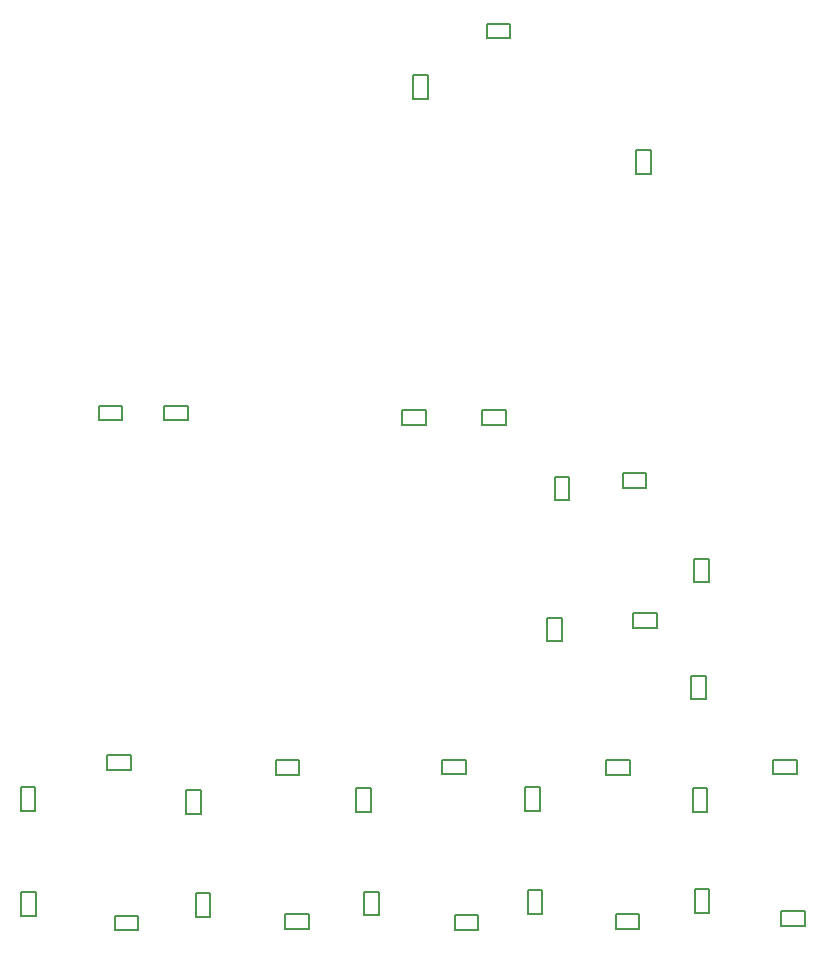
<source format=gbr>
%TF.GenerationSoftware,Altium Limited,Altium Designer,19.0.15 (446)*%
G04 Layer_Color=32896*
%FSLAX26Y26*%
%MOIN*%
%TF.FileFunction,Other,Mechanical_12*%
%TF.Part,Single*%
G01*
G75*
%TA.AperFunction,NonConductor*%
%ADD87C,0.005906*%
D87*
X4199016Y110236D02*
Y188976D01*
X4248228D01*
Y110236D02*
Y188976D01*
X4199016Y110236D02*
X4248228D01*
X3654134Y105118D02*
Y183858D01*
X3703346D01*
Y105118D02*
Y183858D01*
X3654134Y105118D02*
X3703346D01*
X2823228Y55316D02*
X2901968D01*
X2823228D02*
Y104528D01*
X2901968D01*
Y55316D02*
Y104528D01*
X3092716Y101182D02*
Y179922D01*
X3141930D01*
Y101182D02*
Y179922D01*
X3092716Y101182D02*
X3141930D01*
X4047638Y1741536D02*
Y1790748D01*
Y1741536D02*
X4126378D01*
Y1790748D01*
X4047638D02*
X4126378D01*
X3780314Y1739566D02*
Y1788780D01*
Y1739566D02*
X3859056D01*
Y1788780D01*
X3780314D02*
X3859056D01*
X2987008Y1755316D02*
Y1804528D01*
Y1755316D02*
X3065748D01*
Y1804528D01*
X2987008D02*
X3065748D01*
X2768898Y1755316D02*
Y1804528D01*
Y1755316D02*
X2847638D01*
Y1804528D01*
X2768898D02*
X2847638D01*
X2510434Y103968D02*
Y182708D01*
X2559646D01*
Y103968D02*
Y182708D01*
X2510434Y103968D02*
X2559646D01*
X2798426Y590354D02*
X2877166D01*
X2798426D02*
Y639566D01*
X2877166D01*
Y590354D02*
Y639566D01*
X3390158Y61220D02*
X3468898D01*
X3390158D02*
Y110434D01*
X3468898D01*
Y61220D02*
Y110434D01*
X3956300Y57678D02*
X4035040D01*
X3956300D02*
Y106890D01*
X4035040D01*
Y57678D02*
Y106890D01*
X4190354Y533464D02*
X4239566D01*
X4190354Y454724D02*
Y533464D01*
Y454724D02*
X4239566D01*
Y533464D01*
X5018110Y575394D02*
X5096850D01*
X5018110D02*
Y624606D01*
X5096850D01*
Y575394D02*
Y624606D01*
X5045276Y69882D02*
X5124016D01*
X5045276D02*
Y119094D01*
X5124016D01*
Y69882D02*
Y119094D01*
X4492520Y61614D02*
X4571260D01*
X4492520D02*
Y110826D01*
X4571260D01*
Y61614D02*
Y110826D01*
X4756102Y112992D02*
Y191732D01*
X4805316D01*
Y112992D02*
Y191732D01*
X4756102Y112992D02*
X4805316D01*
X4749016Y530316D02*
X4798228D01*
X4749016Y451574D02*
Y530316D01*
Y451574D02*
X4798228D01*
Y530316D01*
X4461024Y574606D02*
X4539764D01*
X4461024D02*
Y623820D01*
X4539764D01*
Y574606D02*
Y623820D01*
X3914566Y575394D02*
X3993308D01*
X3914566D02*
Y624606D01*
X3993308D01*
Y575394D02*
Y624606D01*
X3359056Y574606D02*
X3437796D01*
X3359056D02*
Y623820D01*
X3437796D01*
Y574606D02*
Y623820D01*
X4559930Y2577816D02*
Y2656556D01*
X4609144D01*
Y2577816D02*
Y2656556D01*
X4559930Y2577816D02*
X4609144D01*
X4063278Y3077618D02*
X4142018D01*
Y3028406D02*
Y3077618D01*
X4063278Y3028406D02*
X4142018D01*
X4063278D02*
Y3077618D01*
X3865944Y2827952D02*
Y2906692D01*
X3816732Y2827952D02*
X3865944D01*
X3816732D02*
Y2906692D01*
X3865944D01*
X3676574Y449606D02*
Y528346D01*
X3627362Y449606D02*
X3676574D01*
X3627362D02*
Y528346D01*
X3676574D01*
X3109252Y444488D02*
Y523228D01*
X3060040Y444488D02*
X3109252D01*
X3060040D02*
Y523228D01*
X3109252D01*
X2558070Y454330D02*
Y533070D01*
X2508858Y454330D02*
X2558070D01*
X2508858D02*
Y533070D01*
X2558070D01*
X4804528Y1216142D02*
Y1294882D01*
X4755316Y1216142D02*
X4804528D01*
X4755316D02*
Y1294882D01*
X4804528D01*
X4794292Y825590D02*
Y904330D01*
X4745078Y825590D02*
X4794292D01*
X4745078D02*
Y904330D01*
X4794292D01*
X4515354Y1529462D02*
X4594094D01*
X4515354D02*
Y1578676D01*
X4594094D01*
Y1529462D02*
Y1578676D01*
X4550394Y1064764D02*
X4629134D01*
X4550394D02*
Y1113976D01*
X4629134D01*
Y1064764D02*
Y1113976D01*
X4263976Y1018898D02*
Y1097638D01*
X4313190D01*
Y1018898D02*
Y1097638D01*
X4263976Y1018898D02*
X4313190D01*
X4289174Y1488976D02*
Y1567716D01*
X4338386D01*
Y1488976D02*
Y1567716D01*
X4289174Y1488976D02*
X4338386D01*
%TF.MD5,21bf3884ff829620a5550e6997bc913d*%
M02*

</source>
